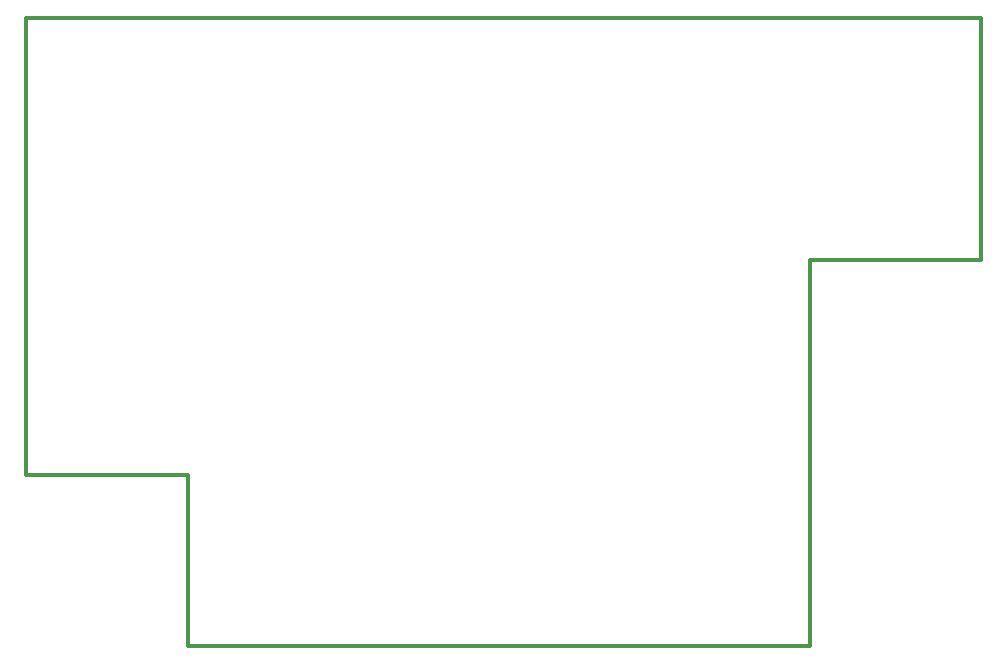
<source format=gbr>
%TF.GenerationSoftware,KiCad,Pcbnew,(5.1.6)-1*%
%TF.CreationDate,2021-09-02T16:17:24+02:00*%
%TF.ProjectId,SKA40,534b4134-302e-46b6-9963-61645f706362,rev?*%
%TF.SameCoordinates,Original*%
%TF.FileFunction,Profile,NP*%
%FSLAX46Y46*%
G04 Gerber Fmt 4.6, Leading zero omitted, Abs format (unit mm)*
G04 Created by KiCad (PCBNEW (5.1.6)-1) date 2021-09-02 16:17:24*
%MOMM*%
%LPD*%
G01*
G04 APERTURE LIST*
%TA.AperFunction,Profile*%
%ADD10C,0.300000*%
%TD*%
G04 APERTURE END LIST*
D10*
X116591080Y-103070660D02*
X169235120Y-103070660D01*
X116591080Y-88587580D02*
X116591080Y-103070660D01*
X102842060Y-88587580D02*
X116591080Y-88587580D01*
X102842060Y-49844960D02*
X102842060Y-88587580D01*
X183713120Y-49844960D02*
X102842060Y-49844960D01*
X183713120Y-70352920D02*
X183713120Y-49844960D01*
X169235120Y-70352920D02*
X183713120Y-70352920D01*
X169235120Y-103070660D02*
X169235120Y-70352920D01*
M02*

</source>
